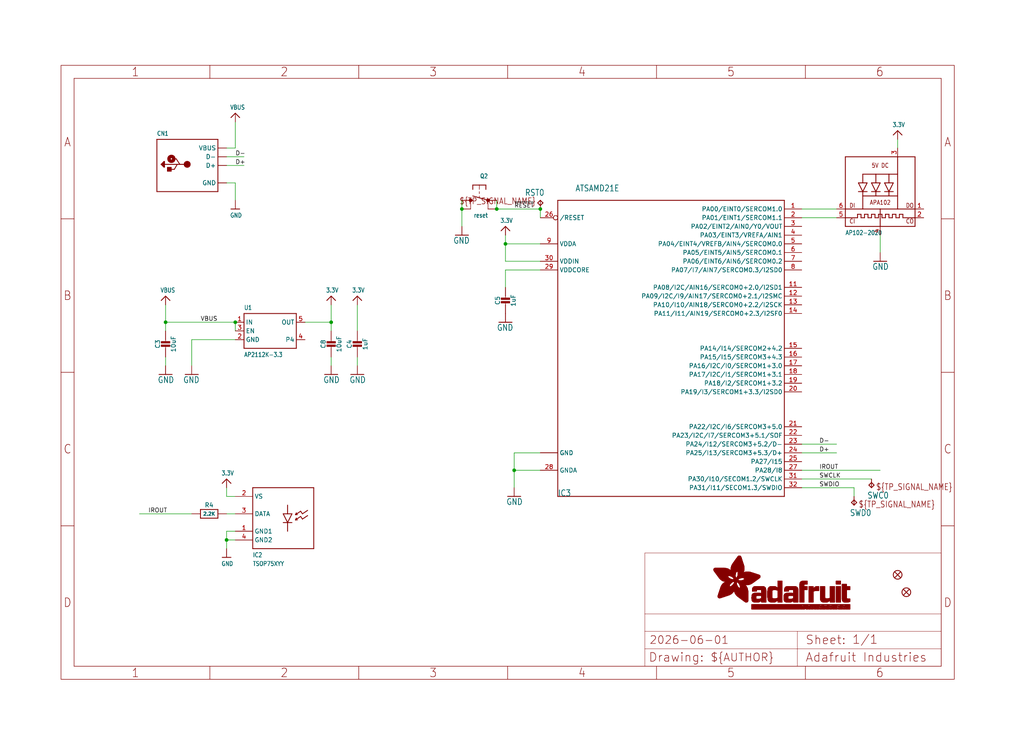
<source format=kicad_sch>
(kicad_sch (version 20230121) (generator eeschema)
  (paper "User" 298.45 217.322)
  (lib_symbols
    (symbol "working-eagle-import:3.3V" (power)
      (property "Value" "3.3V" (at -1.524 1.016 0))
      (symbol "3.3V_1_0"
        (pin power_in line (at 0 -2.54 90) (length 2.54) (name "3.3V") (number "1"))
      )
    )
    (symbol "working-eagle-import:APA1022020"
      (symbol "APA1022020_1_0"
        (text "5V DC" (at 0 7.62 0) (effects (font (size 1.27 1.0795))))
        (text "APA102" (at 0 -3.175 0) (effects (font (size 1.27 1.0795))))
        (text "CI" (at -8.128 -8.636 0) (effects (font (size 1.27 1.0795))))
        (text "CO" (at 8.636 -8.636 0) (effects (font (size 1.27 1.0795))))
        (text "DI" (at -8.128 -4.064 0) (effects (font (size 1.27 1.0795))))
        (text "DO" (at 8.636 -4.064 0) (effects (font (size 1.27 1.0795))))
        (pin output line (at 12.7 -5.08 180) (length 2.54) (name "DO") (number "1"))
        (pin output line (at 12.7 -7.62 180) (length 2.54) (name "CKO") (number "2"))
        (pin power_in line (at 5.08 12.7 270) (length 2.54) (name "VDD") (number "3"))
        (pin power_in line (at 0 -12.7 90) (length 2.54) (name "GND") (number "4"))
        (pin input line (at -12.7 -7.62 0) (length 2.54) (name "CKI") (number "5"))
        (pin input line (at -12.7 -5.08 0) (length 2.54) (name "DI") (number "6"))
      )
    )
    (symbol "working-eagle-import:ATSAMD21E"
      (property "Reference" "IC" (at -35.56 -43.18 0))
      (symbol "ATSAMD21E_1_0"
        (pin bidirectional line (at 35.56 40.64 180) (length 5.08) (name "PA00/EINT0/SERCOM1.0") (number "1"))
        (pin power_in line (at -40.64 -30.48 0) (length 5.08) (name "GND") (number "10"))
        (pin bidirectional line (at 35.56 17.78 180) (length 5.08) (name "PA08/I2C/AIN16/SERCOM0+2.0/I2SD1") (number "11"))
        (pin bidirectional line (at 35.56 15.24 180) (length 5.08) (name "PA09/I2C/I9/AIN17/SERCOM0+2.1/I2SMC") (number "12"))
        (pin bidirectional line (at 35.56 12.7 180) (length 5.08) (name "PA10/I10/AIN18/SERCOM0+2.2/I2SCK") (number "13"))
        (pin bidirectional line (at 35.56 10.16 180) (length 5.08) (name "PA11/I11/AIN19/SERCOM0+2.3/I2SF0") (number "14"))
        (pin bidirectional line (at 35.56 0 180) (length 5.08) (name "PA14/I14/SERCOM2+4.2") (number "15"))
        (pin bidirectional line (at 35.56 -2.54 180) (length 5.08) (name "PA15/I15/SERCOM3+4.3") (number "16"))
        (pin bidirectional line (at 35.56 -5.08 180) (length 5.08) (name "PA16/I2C/I0/SERCOM1+3.0") (number "17"))
        (pin bidirectional line (at 35.56 -7.62 180) (length 5.08) (name "PA17/I2C/I1/SERCOM1+3.1") (number "18"))
        (pin bidirectional line (at 35.56 -10.16 180) (length 5.08) (name "PA18/I2/SERCOM1+3.2") (number "19"))
        (pin bidirectional line (at 35.56 38.1 180) (length 5.08) (name "PA01/EINT1/SERCOM1.1") (number "2"))
        (pin bidirectional line (at 35.56 -12.7 180) (length 5.08) (name "PA19/I3/SERCOM1+3.3/I2SD0") (number "20"))
        (pin bidirectional line (at 35.56 -22.86 180) (length 5.08) (name "PA22/I2C/I6/SERCOM3+5.0") (number "21"))
        (pin bidirectional line (at 35.56 -25.4 180) (length 5.08) (name "PA23/I2C/I7/SERCOM3+5.1/SOF") (number "22"))
        (pin bidirectional line (at 35.56 -27.94 180) (length 5.08) (name "PA24/I12/SERCOM3+5.2/D-") (number "23"))
        (pin bidirectional line (at 35.56 -30.48 180) (length 5.08) (name "PA25/I13/SERCOM3+5.3/D+") (number "24"))
        (pin bidirectional line (at 35.56 -33.02 180) (length 5.08) (name "PA27/I15") (number "25"))
        (pin bidirectional inverted (at -40.64 38.1 0) (length 5.08) (name "/RESET") (number "26"))
        (pin bidirectional line (at 35.56 -35.56 180) (length 5.08) (name "PA28/I8") (number "27"))
        (pin power_in line (at -40.64 -35.56 0) (length 5.08) (name "GNDA") (number "28"))
        (pin power_in line (at -40.64 22.86 0) (length 5.08) (name "VDDCORE") (number "29"))
        (pin bidirectional line (at 35.56 35.56 180) (length 5.08) (name "PA02/EINT2/AIN0/Y0/VOUT") (number "3"))
        (pin power_in line (at -40.64 25.4 0) (length 5.08) (name "VDDIN") (number "30"))
        (pin bidirectional line (at 35.56 -38.1 180) (length 5.08) (name "PA30/I10/SECOM1.2/SWCLK") (number "31"))
        (pin bidirectional line (at 35.56 -40.64 180) (length 5.08) (name "PA31/I11/SECOM1.3/SWDIO") (number "32"))
        (pin power_in line (at -40.64 -30.48 0) (length 5.08) (name "GND") (number "33"))
        (pin bidirectional line (at 35.56 33.02 180) (length 5.08) (name "PA03/EINT3/VREFA/AIN1") (number "4"))
        (pin bidirectional line (at 35.56 30.48 180) (length 5.08) (name "PA04/EINT4/VREFB/AIN4/SERCOM0.0") (number "5"))
        (pin bidirectional line (at 35.56 27.94 180) (length 5.08) (name "PA05/EINT5/AIN5/SERCOM0.1") (number "6"))
        (pin bidirectional line (at 35.56 25.4 180) (length 5.08) (name "PA06/EINT6/AIN6/SERCOM0.2") (number "7"))
        (pin bidirectional line (at 35.56 22.86 180) (length 5.08) (name "PA07/I7/AIN7/SERCOM0.3/I2SD0") (number "8"))
        (pin power_in line (at -40.64 30.48 0) (length 5.08) (name "VDDA") (number "9"))
      )
    )
    (symbol "working-eagle-import:CAP_CERAMIC0603_NO"
      (property "Reference" "C" (at -2.29 1.25 90))
      (symbol "CAP_CERAMIC0603_NO_1_0"
        (pin passive line (at 0 5.08 270) (length 2.54) (name "1") (number "1"))
        (pin passive line (at 0 -2.54 90) (length 2.54) (name "2") (number "2"))
      )
    )
    (symbol "working-eagle-import:CAP_CERAMIC0805-NOOUTLINE"
      (property "Reference" "C" (at -2.29 1.25 90))
      (symbol "CAP_CERAMIC0805-NOOUTLINE_1_0"
        (pin passive line (at 0 5.08 270) (length 2.54) (name "1") (number "1"))
        (pin passive line (at 0 -2.54 90) (length 2.54) (name "2") (number "2"))
      )
    )
    (symbol "working-eagle-import:FIDUCIAL_1MM")
    (symbol "working-eagle-import:FRAME_A4_ADAFRUIT"
      (symbol "FRAME_A4_ADAFRUIT_1_0"
        (text "${#}/${##}" (at 230.505 10.16 0) (effects (font (size 2.54 2.54)) (justify left bottom)))
        (text "${AUTHOR}" (at 189.23 5.08 0) (effects (font (size 2.286 2.286)) (justify left bottom)))
        (text "${CURRENT_DATE}" (at 171.45 10.16 0) (effects (font (size 2.286 2.286)) (justify left bottom)))
        (text "${PROJECTNAME}" (at 171.45 15.24 0) (effects (font (size 2.54 2.54)) (justify left bottom)))
        (text "1" (at 21.6958 1.905 0) (effects (font (size 2.54 2.286))))
        (text "1" (at 21.6958 177.165 0) (effects (font (size 2.54 2.286))))
        (text "2" (at 65.0875 1.905 0) (effects (font (size 2.54 2.286))))
        (text "2" (at 65.0875 177.165 0) (effects (font (size 2.54 2.286))))
        (text "3" (at 108.4792 1.905 0) (effects (font (size 2.54 2.286))))
        (text "3" (at 108.4792 177.165 0) (effects (font (size 2.54 2.286))))
        (text "4" (at 151.8708 1.905 0) (effects (font (size 2.54 2.286))))
        (text "4" (at 151.8708 177.165 0) (effects (font (size 2.54 2.286))))
        (text "5" (at 195.2625 1.905 0) (effects (font (size 2.54 2.286))))
        (text "5" (at 195.2625 177.165 0) (effects (font (size 2.54 2.286))))
        (text "6" (at 238.6542 1.905 0) (effects (font (size 2.54 2.286))))
        (text "6" (at 238.6542 177.165 0) (effects (font (size 2.54 2.286))))
        (text "A" (at 1.905 156.6863 0) (effects (font (size 2.54 2.286))))
        (text "A" (at 258.445 156.6863 0) (effects (font (size 2.54 2.286))))
        (text "Adafruit Industries" (at 216.916 4.953 0) (effects (font (size 2.54 2.54)) (justify left bottom)))
        (text "B" (at 1.905 111.9188 0) (effects (font (size 2.54 2.286))))
        (text "B" (at 258.445 111.9188 0) (effects (font (size 2.54 2.286))))
        (text "C" (at 1.905 67.1513 0) (effects (font (size 2.54 2.286))))
        (text "C" (at 258.445 67.1513 0) (effects (font (size 2.54 2.286))))
        (text "D" (at 1.905 22.3838 0) (effects (font (size 2.54 2.286))))
        (text "D" (at 258.445 22.3838 0) (effects (font (size 2.54 2.286))))
        (text "Drawing:" (at 171.196 4.953 0) (effects (font (size 2.54 2.54)) (justify left bottom)))
        (text "Sheet:" (at 216.916 10.033 0) (effects (font (size 2.54 2.54)) (justify left bottom)))
      )
    )
    (symbol "working-eagle-import:GND" (power)
      (property "Value" "GND" (at -1.524 -2.54 0))
      (symbol "GND_1_0"
        (pin power_in line (at 0 2.54 270) (length 2.54) (name "GND") (number "1"))
      )
    )
    (symbol "working-eagle-import:RESISTOR_0603_NOOUT"
      (property "Reference" "R" (at 0 2.54 0))
      (symbol "RESISTOR_0603_NOOUT_1_0"
        (pin passive line (at -5.08 0 0) (length 2.54) (name "1") (number "1"))
        (pin passive line (at 5.08 0 180) (length 2.54) (name "2") (number "2"))
      )
    )
    (symbol "working-eagle-import:SWITCH_TACT_SMT4.6X2.8"
      (property "Reference" "SW" (at -2.54 6.35 0))
      (symbol "SWITCH_TACT_SMT4.6X2.8_1_0"
        (pin passive line (at -5.08 0 0) (length 2.54) (name "P") (number "A"))
        (pin passive line (at -5.08 -2.54 0) (length 2.54) (name "P1") (number "A'"))
        (pin passive line (at 5.08 0 180) (length 2.54) (name "S") (number "B"))
        (pin passive line (at 5.08 -2.54 180) (length 2.54) (name "S1") (number "B'"))
      )
    )
    (symbol "working-eagle-import:TPTP15R"
      (property "Reference" "TP" (at -1.27 1.27 0))
      (symbol "TPTP15R_1_0"
        (text "${TP_SIGNAL_NAME}" (at 1.27 -1.27 0) (effects (font (size 1.778 1.5113)) (justify left bottom)))
        (pin input line (at 0 -2.54 90) (length 2.54) (name "TP") (number "TP"))
      )
    )
    (symbol "working-eagle-import:TPTP16R"
      (property "Reference" "TP" (at -1.27 1.27 0))
      (symbol "TPTP16R_1_0"
        (text "${TP_SIGNAL_NAME}" (at 1.27 -1.27 0) (effects (font (size 1.778 1.5113)) (justify left bottom)))
        (pin input line (at 0 -2.54 90) (length 2.54) (name "TP") (number "TP"))
      )
    )
    (symbol "working-eagle-import:TSOP75XYY"
      (property "Reference" "IC" (at 0 -2.54 0))
      (symbol "TSOP75XYY_1_0"
        (pin passive line (at -5.08 5.08 0) (length 5.08) (name "GND1") (number "1"))
        (pin passive line (at -5.08 15.24 0) (length 5.08) (name "VS") (number "2"))
        (pin output line (at -5.08 10.16 0) (length 5.08) (name "DATA") (number "3"))
        (pin passive line (at -5.08 2.54 0) (length 5.08) (name "GND2") (number "4"))
      )
    )
    (symbol "working-eagle-import:USB_TYPEAPCB"
      (property "Reference" "X" (at -10.16 8.636 0))
      (symbol "USB_TYPEAPCB_1_0"
        (pin power_in line (at 10.16 -5.08 180) (length 2.54) (name "GND") (number "GND"))
        (pin bidirectional line (at 10.16 2.54 180) (length 2.54) (name "D-") (number "USB_NEG"))
        (pin bidirectional line (at 10.16 0 180) (length 2.54) (name "D+") (number "USB_PLUS"))
        (pin power_in line (at 10.16 5.08 180) (length 2.54) (name "VBUS") (number "VCC"))
      )
    )
    (symbol "working-eagle-import:VBUS" (power)
      (property "Value" "VBUS" (at -1.524 1.016 0))
      (symbol "VBUS_1_0"
        (pin power_in line (at 0 -2.54 90) (length 2.54) (name "VBUS") (number "1"))
      )
    )
    (symbol "working-eagle-import:VREG_SOT23-5"
      (property "Reference" "U" (at -7.62 6.096 0))
      (symbol "VREG_SOT23-5_1_0"
        (pin power_in line (at -10.16 2.54 0) (length 2.54) (name "IN") (number "1"))
        (pin power_in line (at -10.16 -2.54 0) (length 2.54) (name "GND") (number "2"))
        (pin input line (at -10.16 0 0) (length 2.54) (name "EN") (number "3"))
        (pin bidirectional line (at 10.16 -2.54 180) (length 2.54) (name "P4") (number "4"))
        (pin power_in line (at 10.16 2.54 180) (length 2.54) (name "OUT") (number "5"))
      )
    )
    (symbol "working-eagle-import:supply1_GND" (power)
      (property "Value" "supply1_GND" (at -2.54 -2.54 0))
      (symbol "supply1_GND_1_0"
        (pin power_in line (at 0 2.54 270) (length 2.54) (name "GND") (number "1"))
      )
    )
  )
  (junction (at 149.86 137.16))
  (junction (at 96.52 93.98))
  (junction (at 144.78 60.96))
  (junction (at 68.58 93.98))
  (junction (at 66.04 157.48))
  (junction (at 48.26 93.98))
  (junction (at 134.62 60.96))
  (junction (at 157.48 60.96))
  (junction (at 147.32 71.12))
  (wire (pts (xy 233.68 60.96) (xy 243.84 60.96)) (stroke (width 0.1524)))
  (wire (pts (xy 157.48 132.08) (xy 149.86 132.08)) (stroke (width 0.1524)))
  (wire (pts (xy 147.32 71.12) (xy 147.32 68.58)) (stroke (width 0.1524)))
  (wire (pts (xy 66.04 48.26) (xy 71.12 48.26)) (stroke (width 0.1524)))
  (wire (pts (xy 144.78 60.96) (xy 157.48 60.96)) (stroke (width 0.1524)))
  (wire (pts (xy 256.54 68.58) (xy 256.54 73.66)) (stroke (width 0.1524)))
  (wire (pts (xy 134.62 58.42) (xy 134.62 60.96)) (stroke (width 0.1524)))
  (wire (pts (xy 68.58 144.78) (xy 66.04 144.78)) (stroke (width 0.1524)))
  (wire (pts (xy 149.86 137.16) (xy 149.86 142.24)) (stroke (width 0.1524)))
  (wire (pts (xy 261.62 43.18) (xy 261.62 40.64)) (stroke (width 0.1524)))
  (wire (pts (xy 248.92 142.24) (xy 248.92 144.78)) (stroke (width 0.1524)))
  (wire (pts (xy 68.58 157.48) (xy 66.04 157.48)) (stroke (width 0.1524)))
  (wire (pts (xy 104.14 88.9) (xy 104.14 96.52)) (stroke (width 0.1524)))
  (wire (pts (xy 96.52 93.98) (xy 88.9 93.98)) (stroke (width 0.1524)))
  (wire (pts (xy 149.86 132.08) (xy 149.86 137.16)) (stroke (width 0.1524)))
  (wire (pts (xy 144.78 60.96) (xy 144.78 58.42)) (stroke (width 0.1524)))
  (wire (pts (xy 68.58 96.52) (xy 68.58 93.98)) (stroke (width 0.1524)))
  (wire (pts (xy 233.68 63.5) (xy 243.84 63.5)) (stroke (width 0.1524)))
  (wire (pts (xy 68.58 35.56) (xy 68.58 43.18)) (stroke (width 0.1524)))
  (wire (pts (xy 243.84 132.08) (xy 233.68 132.08)) (stroke (width 0.1524)))
  (wire (pts (xy 66.04 157.48) (xy 66.04 160.02)) (stroke (width 0.1524)))
  (wire (pts (xy 66.04 53.34) (xy 68.58 53.34)) (stroke (width 0.1524)))
  (wire (pts (xy 147.32 76.2) (xy 147.32 71.12)) (stroke (width 0.1524)))
  (wire (pts (xy 96.52 88.9) (xy 96.52 93.98)) (stroke (width 0.1524)))
  (wire (pts (xy 157.48 137.16) (xy 149.86 137.16)) (stroke (width 0.1524)))
  (wire (pts (xy 48.26 106.68) (xy 48.26 104.14)) (stroke (width 0.1524)))
  (wire (pts (xy 233.68 142.24) (xy 248.92 142.24)) (stroke (width 0.1524)))
  (wire (pts (xy 66.04 149.86) (xy 68.58 149.86)) (stroke (width 0.1524)))
  (wire (pts (xy 233.68 137.16) (xy 256.54 137.16)) (stroke (width 0.1524)))
  (wire (pts (xy 68.58 53.34) (xy 68.58 58.42)) (stroke (width 0.1524)))
  (wire (pts (xy 157.48 78.74) (xy 147.32 78.74)) (stroke (width 0.1524)))
  (wire (pts (xy 96.52 93.98) (xy 96.52 96.52)) (stroke (width 0.1524)))
  (wire (pts (xy 66.04 45.72) (xy 71.12 45.72)) (stroke (width 0.1524)))
  (wire (pts (xy 48.26 96.52) (xy 48.26 93.98)) (stroke (width 0.1524)))
  (wire (pts (xy 157.48 71.12) (xy 147.32 71.12)) (stroke (width 0.1524)))
  (wire (pts (xy 66.04 43.18) (xy 68.58 43.18)) (stroke (width 0.1524)))
  (wire (pts (xy 96.52 106.68) (xy 96.52 104.14)) (stroke (width 0.1524)))
  (wire (pts (xy 55.88 99.06) (xy 55.88 106.68)) (stroke (width 0.1524)))
  (wire (pts (xy 66.04 144.78) (xy 66.04 142.24)) (stroke (width 0.1524)))
  (wire (pts (xy 157.48 60.96) (xy 157.48 63.5)) (stroke (width 0.1524)))
  (wire (pts (xy 68.58 154.94) (xy 66.04 154.94)) (stroke (width 0.1524)))
  (wire (pts (xy 48.26 93.98) (xy 48.26 88.9)) (stroke (width 0.1524)))
  (wire (pts (xy 55.88 149.86) (xy 40.64 149.86)) (stroke (width 0.1524)))
  (wire (pts (xy 233.68 129.54) (xy 243.84 129.54)) (stroke (width 0.1524)))
  (wire (pts (xy 48.26 93.98) (xy 68.58 93.98)) (stroke (width 0.1524)))
  (wire (pts (xy 233.68 139.7) (xy 254 139.7)) (stroke (width 0.1524)))
  (wire (pts (xy 68.58 99.06) (xy 55.88 99.06)) (stroke (width 0.1524)))
  (wire (pts (xy 104.14 106.68) (xy 104.14 104.14)) (stroke (width 0.1524)))
  (wire (pts (xy 157.48 76.2) (xy 147.32 76.2)) (stroke (width 0.1524)))
  (wire (pts (xy 66.04 154.94) (xy 66.04 157.48)) (stroke (width 0.1524)))
  (wire (pts (xy 147.32 78.74) (xy 147.32 83.82)) (stroke (width 0.1524)))
  (wire (pts (xy 134.62 66.04) (xy 134.62 60.96)) (stroke (width 0.1524)))
  (label "D+" (at 238.76 132.08 0) (effects (font (size 1.2446 1.2446))))
  (label "~{RESET}" (at 149.86 60.96 0) (effects (font (size 1.2446 1.2446))))
  (label "IROUT" (at 43.18 149.86 0) (effects (font (size 1.2446 1.2446))))
  (label "VBUS" (at 58.42 93.98 0) (effects (font (size 1.2446 1.2446))))
  (label "D-" (at 238.76 129.54 0) (effects (font (size 1.2446 1.2446))))
  (label "IROUT" (at 238.76 137.16 0) (effects (font (size 1.2446 1.2446))))
  (label "D-" (at 68.58 45.72 0) (effects (font (size 1.2446 1.2446))))
  (label "D+" (at 68.58 48.26 0) (effects (font (size 1.2446 1.2446))))
  (label "SWDIO" (at 238.76 142.24 0) (effects (font (size 1.2446 1.2446))))
  (label "SWCLK" (at 238.76 139.7 0) (effects (font (size 1.2446 1.2446))))
  (symbol (lib_id "working-eagle-import:USB_TYPEAPCB") (at 55.88 48.26 0) (unit 1)
    (property "Reference" "CN1" (at 45.72 39.624 0) (effects (font (size 1.27 1.0795)) (justify left bottom)))
    (property "Value" "USB_TYPEAPCB" (effects hide))
    (property "Footprint" "working:USBA_PCB" (effects hide))
  )
  (symbol (lib_id "working-eagle-import:3.3V") (at 261.62 38.1 0) (unit 1)
    (property "Reference" "#U$19" (effects hide))
    (property "Value" "3.3V" (at 260.096 37.084 0) (effects (font (size 1.27 1.0795)) (justify left bottom)))
  )
  (symbol (lib_id "working-eagle-import:3.3V") (at 96.52 86.36 0) (unit 1)
    (property "Reference" "#U$17" (effects hide))
    (property "Value" "3.3V" (at 94.996 85.344 0) (effects (font (size 1.27 1.0795)) (justify left bottom)))
  )
  (symbol (lib_id "working-eagle-import:TPTP15R") (at 254 142.24 0) (mirror x) (unit 1)
    (property "Reference" "SWC0" (at 252.73 143.51 0) (effects (font (size 1.778 1.5113)) (justify left bottom)))
    (property "Value" "TPTP15R" (effects hide))
    (property "Footprint" "working:TP15R" (effects hide))
  )
  (symbol (lib_id "working-eagle-import:supply1_GND") (at 149.86 144.78 0) (mirror y) (unit 1)
    (property "Reference" "#GND18" (effects hide))
    (property "Value" "GND" (at 152.4 147.32 0) (effects (font (size 1.778 1.5113)) (justify left bottom)))
  )
  (symbol (lib_id "working-eagle-import:CAP_CERAMIC0805-NOOUTLINE") (at 96.52 101.6 0) (unit 1)
    (property "Reference" "C8" (at 94.23 100.35 90))
    (property "Value" "10uF" (at 98.82 100.35 90))
    (property "Footprint" "working:0805-NO" (effects hide))
  )
  (symbol (lib_id "working-eagle-import:FIDUCIAL_1MM") (at 261.62 167.64 0) (unit 1)
    (property "Reference" "FID1" (effects hide))
    (property "Value" "FIDUCIAL_1MM" (effects hide))
    (property "Footprint" "working:FIDUCIAL_1MM" (effects hide))
  )
  (symbol (lib_id "working-eagle-import:FRAME_A4_ADAFRUIT") (at 17.78 198.12 0) (unit 1)
    (property "Reference" "#U$1" (effects hide))
    (property "Value" "FRAME_A4_ADAFRUIT" (effects hide))
  )
  (symbol (lib_id "working-eagle-import:supply1_GND") (at 256.54 76.2 0) (mirror y) (unit 1)
    (property "Reference" "#GND19" (effects hide))
    (property "Value" "GND" (at 259.08 78.74 0) (effects (font (size 1.778 1.5113)) (justify left bottom)))
  )
  (symbol (lib_id "working-eagle-import:APA1022020") (at 256.54 55.88 0) (unit 1)
    (property "Reference" "LED2" (effects hide))
    (property "Value" "AP102-2020" (at 246.38 68.58 0) (effects (font (size 1.27 1.0795)) (justify left bottom)))
    (property "Footprint" "working:APA102_2020" (effects hide))
  )
  (symbol (lib_id "working-eagle-import:3.3V") (at 147.32 66.04 0) (unit 1)
    (property "Reference" "#U$18" (effects hide))
    (property "Value" "3.3V" (at 145.796 65.024 0) (effects (font (size 1.27 1.0795)) (justify left bottom)))
  )
  (symbol (lib_id "working-eagle-import:CAP_CERAMIC0603_NO") (at 147.32 88.9 0) (unit 1)
    (property "Reference" "C5" (at 145.03 87.65 90))
    (property "Value" "1uF" (at 149.62 87.65 90))
    (property "Footprint" "working:0603-NO" (effects hide))
  )
  (symbol (lib_id "working-eagle-import:FIDUCIAL_1MM") (at 264.16 172.72 0) (unit 1)
    (property "Reference" "FID2" (effects hide))
    (property "Value" "FIDUCIAL_1MM" (effects hide))
    (property "Footprint" "working:FIDUCIAL_1MM" (effects hide))
  )
  (symbol (lib_id "working-eagle-import:supply1_GND") (at 134.62 68.58 0) (unit 1)
    (property "Reference" "#GND14" (effects hide))
    (property "Value" "GND" (at 132.08 71.12 0) (effects (font (size 1.778 1.5113)) (justify left bottom)))
  )
  (symbol (lib_id "working-eagle-import:VBUS") (at 48.26 86.36 0) (unit 1)
    (property "Reference" "#U$13" (effects hide))
    (property "Value" "VBUS" (at 46.736 85.344 0) (effects (font (size 1.27 1.0795)) (justify left bottom)))
  )
  (symbol (lib_id "working-eagle-import:VREG_SOT23-5") (at 78.74 96.52 0) (unit 1)
    (property "Reference" "U1" (at 71.12 90.424 0) (effects (font (size 1.27 1.0795)) (justify left bottom)))
    (property "Value" "AP2112K-3.3" (at 71.12 104.14 0) (effects (font (size 1.27 1.0795)) (justify left bottom)))
    (property "Footprint" "working:SOT23-5" (effects hide))
  )
  (symbol (lib_id "working-eagle-import:VBUS") (at 68.58 33.02 0) (unit 1)
    (property "Reference" "#U$15" (effects hide))
    (property "Value" "VBUS" (at 67.056 32.004 0) (effects (font (size 1.27 1.0795)) (justify left bottom)))
  )
  (symbol (lib_id "working-eagle-import:supply1_GND") (at 96.52 109.22 0) (mirror y) (unit 1)
    (property "Reference" "#GND12" (effects hide))
    (property "Value" "GND" (at 99.06 111.76 0) (effects (font (size 1.778 1.5113)) (justify left bottom)))
  )
  (symbol (lib_id "working-eagle-import:TPTP16R") (at 157.48 58.42 0) (mirror y) (unit 1)
    (property "Reference" "RST0" (at 158.75 57.15 0) (effects (font (size 1.778 1.5113)) (justify left bottom)))
    (property "Value" "TPTP16R" (effects hide))
    (property "Footprint" "working:TP16R" (effects hide))
  )
  (symbol (lib_id "working-eagle-import:supply1_GND") (at 147.32 93.98 0) (unit 1)
    (property "Reference" "#GND7" (effects hide))
    (property "Value" "GND" (at 144.78 96.52 0) (effects (font (size 1.778 1.5113)) (justify left bottom)))
  )
  (symbol (lib_id "working-eagle-import:TSOP75XYY") (at 73.66 160.02 0) (unit 1)
    (property "Reference" "IC2" (at 73.66 162.56 0) (effects (font (size 1.27 1.0795)) (justify left bottom)))
    (property "Value" "TSOP75XYY" (at 73.66 165.1 0) (effects (font (size 1.27 1.0795)) (justify left bottom)))
    (property "Footprint" "working:TSOP75XYY" (effects hide))
  )
  (symbol (lib_id "working-eagle-import:CAP_CERAMIC0805-NOOUTLINE") (at 48.26 101.6 0) (unit 1)
    (property "Reference" "C3" (at 45.97 100.35 90))
    (property "Value" "10uF" (at 50.56 100.35 90))
    (property "Footprint" "working:0805-NO" (effects hide))
  )
  (symbol (lib_id "working-eagle-import:supply1_GND") (at 55.88 109.22 0) (unit 1)
    (property "Reference" "#GND11" (effects hide))
    (property "Value" "GND" (at 53.34 111.76 0) (effects (font (size 1.778 1.5113)) (justify left bottom)))
  )
  (symbol (lib_id "working-eagle-import:GND") (at 66.04 162.56 0) (unit 1)
    (property "Reference" "#U$7" (effects hide))
    (property "Value" "GND" (at 64.516 165.1 0) (effects (font (size 1.27 1.0795)) (justify left bottom)))
  )
  (symbol (lib_id "working-eagle-import:supply1_GND") (at 104.14 109.22 0) (mirror y) (unit 1)
    (property "Reference" "#GND5" (effects hide))
    (property "Value" "GND" (at 106.68 111.76 0) (effects (font (size 1.778 1.5113)) (justify left bottom)))
  )
  (symbol (lib_id "working-eagle-import:RESISTOR_0603_NOOUT") (at 60.96 149.86 0) (unit 1)
    (property "Reference" "R4" (at 60.96 147.32 0))
    (property "Value" "2.2K" (at 60.96 149.86 0) (effects (font (size 1.016 1.016) bold)))
    (property "Footprint" "working:0603-NO" (effects hide))
  )
  (symbol (lib_id "working-eagle-import:supply1_GND") (at 48.26 109.22 0) (mirror y) (unit 1)
    (property "Reference" "#GND3" (effects hide))
    (property "Value" "GND" (at 50.8 111.76 0) (effects (font (size 1.778 1.5113)) (justify left bottom)))
  )
  (symbol (lib_id "working-eagle-import:TPTP16R") (at 248.92 147.32 0) (mirror x) (unit 1)
    (property "Reference" "SWD0" (at 247.65 148.59 0) (effects (font (size 1.778 1.5113)) (justify left bottom)))
    (property "Value" "TPTP16R" (effects hide))
    (property "Footprint" "working:TP16R" (effects hide))
  )
  (symbol (lib_id "working-eagle-import:SWITCH_TACT_SMT4.6X2.8") (at 139.7 58.42 0) (mirror y) (unit 1)
    (property "Reference" "Q2" (at 142.24 52.07 0) (effects (font (size 1.27 1.0795)) (justify left bottom)))
    (property "Value" "reset" (at 142.24 63.5 0) (effects (font (size 1.27 1.0795)) (justify left bottom)))
    (property "Footprint" "working:BTN_KMR2_4.6X2.8" (effects hide))
  )
  (symbol (lib_id "working-eagle-import:3.3V") (at 66.04 139.7 0) (unit 1)
    (property "Reference" "#U$3" (effects hide))
    (property "Value" "3.3V" (at 64.516 138.684 0) (effects (font (size 1.27 1.0795)) (justify left bottom)))
  )
  (symbol (lib_id "working-eagle-import:3.3V") (at 104.14 86.36 0) (unit 1)
    (property "Reference" "#U$20" (effects hide))
    (property "Value" "3.3V" (at 102.616 85.344 0) (effects (font (size 1.27 1.0795)) (justify left bottom)))
  )
  (symbol (lib_id "working-eagle-import:GND") (at 68.58 60.96 0) (unit 1)
    (property "Reference" "#U$2" (effects hide))
    (property "Value" "GND" (at 67.056 63.5 0) (effects (font (size 1.27 1.0795)) (justify left bottom)))
  )
  (symbol (lib_id "working-eagle-import:ATSAMD21E") (at 198.12 101.6 0) (unit 1)
    (property "Reference" "IC3" (at 162.56 144.78 0) (effects (font (size 1.778 1.5113)) (justify left bottom)))
    (property "Value" "ATSAMD21E" (at 167.64 55.88 0) (effects (font (size 1.778 1.5113)) (justify left bottom)))
    (property "Footprint" "working:QFN32_5MM" (effects hide))
  )
  (symbol (lib_id "working-eagle-import:CAP_CERAMIC0603_NO") (at 104.14 101.6 0) (unit 1)
    (property "Reference" "C4" (at 101.85 100.35 90))
    (property "Value" "1uF" (at 106.44 100.35 90))
    (property "Footprint" "working:0603-NO" (effects hide))
  )
)
</source>
